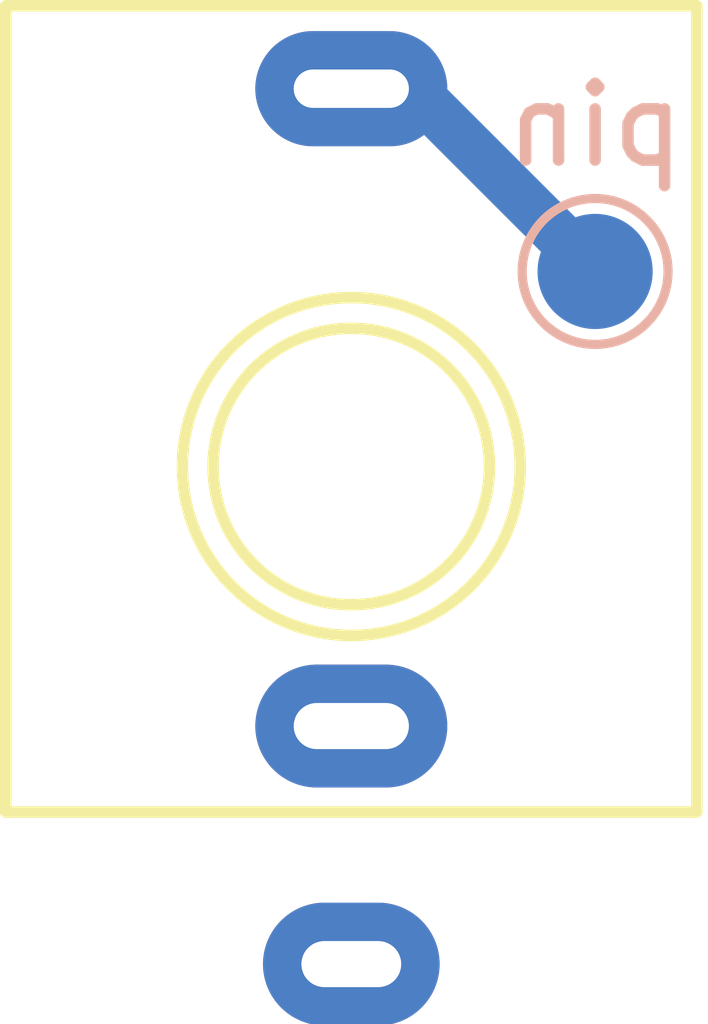
<source format=kicad_pcb>
(kicad_pcb (version 20171130) (host pcbnew "(5.1.9-0-10_14)")

  (general
    (thickness 1.6)
    (drawings 1)
    (tracks 2)
    (zones 0)
    (modules 2)
    (nets 4)
  )

  (page A4)
  (layers
    (0 F.Cu signal)
    (31 B.Cu signal)
    (32 B.Adhes user)
    (33 F.Adhes user)
    (34 B.Paste user)
    (35 F.Paste user)
    (36 B.SilkS user)
    (37 F.SilkS user)
    (38 B.Mask user)
    (39 F.Mask user)
    (40 Dwgs.User user)
    (41 Cmts.User user)
    (42 Eco1.User user)
    (43 Eco2.User user)
    (44 Edge.Cuts user)
    (45 Margin user)
    (46 B.CrtYd user hide)
    (47 F.CrtYd user hide)
    (48 B.Fab user hide)
    (49 F.Fab user hide)
  )

  (setup
    (last_trace_width 0.1524)
    (user_trace_width 0.1524)
    (user_trace_width 0.254)
    (user_trace_width 0.4064)
    (user_trace_width 0.635)
    (trace_clearance 0.1524)
    (zone_clearance 0.508)
    (zone_45_only no)
    (trace_min 0.1524)
    (via_size 0.6858)
    (via_drill 0.3048)
    (via_min_size 0.6858)
    (via_min_drill 0.3048)
    (uvia_size 0.3048)
    (uvia_drill 0.1524)
    (uvias_allowed no)
    (uvia_min_size 0.2)
    (uvia_min_drill 0.1)
    (edge_width 0.15)
    (segment_width 0.2)
    (pcb_text_width 0.3)
    (pcb_text_size 1.5 1.5)
    (mod_edge_width 0.15)
    (mod_text_size 1 1)
    (mod_text_width 0.15)
    (pad_size 2.3 1.6)
    (pad_drill 1.3)
    (pad_to_mask_clearance 0.2)
    (aux_axis_origin 0 0)
    (visible_elements FFFFFF7F)
    (pcbplotparams
      (layerselection 0x010fc_ffffffff)
      (usegerberextensions false)
      (usegerberattributes false)
      (usegerberadvancedattributes false)
      (creategerberjobfile false)
      (excludeedgelayer true)
      (linewidth 0.100000)
      (plotframeref false)
      (viasonmask false)
      (mode 1)
      (useauxorigin false)
      (hpglpennumber 1)
      (hpglpenspeed 20)
      (hpglpendiameter 15.000000)
      (psnegative false)
      (psa4output false)
      (plotreference true)
      (plotvalue true)
      (plotinvisibletext false)
      (padsonsilk false)
      (subtractmaskfromsilk false)
      (outputformat 1)
      (mirror false)
      (drillshape 1)
      (scaleselection 1)
      (outputdirectory ""))
  )

  (net 0 "")
  (net 1 "Net-(J1-PadTN)")
  (net 2 "Net-(J1-PadT)")
  (net 3 GND)

  (net_class Default "This is the default net class."
    (clearance 0.1524)
    (trace_width 0.1524)
    (via_dia 0.6858)
    (via_drill 0.3048)
    (uvia_dia 0.3048)
    (uvia_drill 0.1524)
    (diff_pair_width 0.1524)
    (diff_pair_gap 0.1524)
    (add_net GND)
    (add_net "Net-(J1-PadT)")
    (add_net "Net-(J1-PadTN)")
  )

  (module Connector_Thonk:ThonkiconnJack (layer F.Cu) (tedit 60B90EF6) (tstamp 608A8B61)
    (at 0 0)
    (path /5FC82E98)
    (fp_text reference J1 (at 0 -7.5) (layer F.SilkS) hide
      (effects (font (size 1 1) (thickness 0.15)))
    )
    (fp_text value IN (at 0 9.3) (layer F.Fab)
      (effects (font (size 1 1) (thickness 0.15)))
    )
    (fp_circle (center 0 0) (end 2.2 0) (layer F.SilkS) (width 0.15))
    (fp_line (start -4.5 4.5) (end 4.5 4.5) (layer F.SilkS) (width 0.15))
    (fp_line (start 4.5 -6) (end 4.5 4.5) (layer F.SilkS) (width 0.15))
    (fp_line (start -4.5 -6) (end -4.5 4.5) (layer F.SilkS) (width 0.15))
    (fp_line (start -4.5 -6) (end 4.5 -6) (layer F.SilkS) (width 0.15))
    (fp_circle (center 0 0) (end 1.8 0) (layer F.SilkS) (width 0.15))
    (pad "" np_thru_hole circle (at 0 0) (size 3 3) (drill 3) (layers *.Cu *.Mask))
    (pad T thru_hole oval (at 0 -4.92) (size 2.5 1.5) (drill oval 1.5 0.5) (layers *.Cu *.Mask)
      (net 2 "Net-(J1-PadT)"))
    (pad TN thru_hole oval (at 0 3.38) (size 2.5 1.6) (drill oval 1.5 0.6) (layers *.Cu *.Mask)
      (net 1 "Net-(J1-PadTN)"))
    (pad S thru_hole oval (at 0 6.48) (size 2.3 1.6) (drill oval 1.3 0.6) (layers *.Cu *.Mask)
      (net 3 GND))
  )

  (module TestPoint:TestPoint_Pad_D1.5mm (layer B.Cu) (tedit 5A0F774F) (tstamp 60B90EA5)
    (at 3.175 -2.54)
    (descr "SMD pad as test Point, diameter 1.5mm")
    (tags "test point SMD pad")
    (path /60B91AE3)
    (attr virtual)
    (fp_text reference TP1 (at 0 1.648) (layer F.SilkS) hide
      (effects (font (size 1 1) (thickness 0.15)))
    )
    (fp_text value TestPoint (at 0 -1.75) (layer B.Fab)
      (effects (font (size 1 1) (thickness 0.15)) (justify mirror))
    )
    (fp_circle (center 0 0) (end 1.25 0) (layer B.CrtYd) (width 0.05))
    (fp_circle (center 0 0) (end 0 -0.95) (layer B.SilkS) (width 0.12))
    (fp_text user %R (at 0 1.65) (layer B.Fab)
      (effects (font (size 1 1) (thickness 0.15)) (justify mirror))
    )
    (pad 1 smd circle (at 0 0) (size 1.5 1.5) (layers B.Cu B.Mask)
      (net 2 "Net-(J1-PadT)"))
  )

  (gr_text pin (at 3.175 -4.445) (layer B.SilkS) (tstamp 608A8C55)
    (effects (font (size 1 1) (thickness 0.15)) (justify mirror))
  )

  (segment (start 0.795 -4.92) (end 3.175 -2.54) (width 0.635) (layer B.Cu) (net 2))
  (segment (start 0 -4.92) (end 0.795 -4.92) (width 0.635) (layer B.Cu) (net 2))

)

</source>
